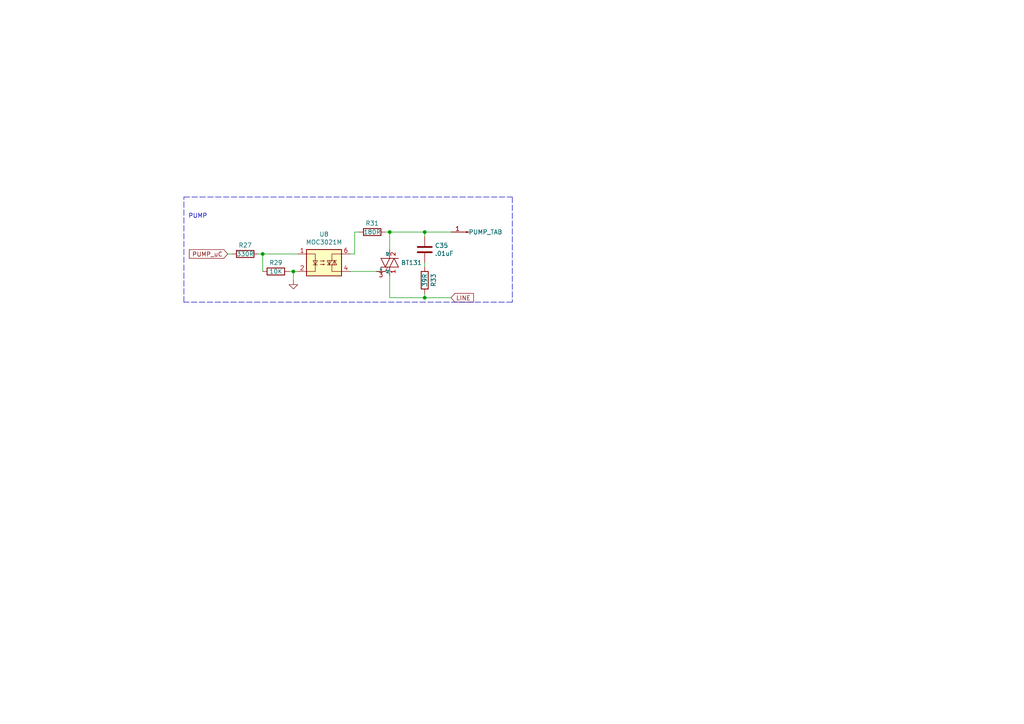
<source format=kicad_sch>
(kicad_sch (version 20211123) (generator eeschema)
  (paper "A4")
  (lib_symbols
    (symbol "Connector:Conn_01x01_Male" (pin_names (offset 1.016) hide)
      (property "Reference" "J" (at 0 2.54 0))
      (property "Value" "Conn_01x01_Male" (at 0 -2.54 0))
      (symbol "Conn_01x01_Male_1_1"
        (polyline (pts (xy 1.27 0) (xy 0.8636 0)) (stroke (width 0.1524)))
        (rectangle (start 0.8636 0.127) (end 0 -0.127) (stroke (width 0.1524)) (fill (type outline)))
        (pin passive line (at 5.08 0 180) (length 3.81) (name "Pin_1") (number "1"))
      )
    )
    (symbol "Device:C" (pin_numbers hide) (pin_names (offset 0.254))
      (property "Reference" "C" (at 0.635 2.54 0))
      (property "Value" "C" (at 0.635 -2.54 0))
      (symbol "C_0_1"
        (polyline (pts (xy -2.032 -0.762) (xy 2.032 -0.762)) (stroke (width 0.508)))
        (polyline (pts (xy -2.032 0.762) (xy 2.032 0.762)) (stroke (width 0.508)))
      )
      (symbol "C_1_1"
        (pin passive line (at 0 3.81 270) (length 2.794) (name "~") (number "1"))
        (pin passive line (at 0 -3.81 90) (length 2.794) (name "~") (number "2"))
      )
    )
    (symbol "Device:R" (pin_numbers hide) (pin_names (offset 0))
      (property "Reference" "R" (at 2.032 0 90))
      (property "Value" "R" (at 0 0 90))
      (symbol "R_0_1"
        (rectangle (start -1.016 -2.54) (end 1.016 2.54) (stroke (width 0.254)))
      )
      (symbol "R_1_1"
        (pin passive line (at 0 3.81 270) (length 1.27) (name "~") (number "1"))
        (pin passive line (at 0 -3.81 90) (length 1.27) (name "~") (number "2"))
      )
    )
    (symbol "Relay_SolidState:MOC3021M"
      (property "Reference" "U" (at -5.334 4.826 0))
      (property "Value" "MOC3021M" (at 0 5.08 0))
      (symbol "MOC3021M_0_1"
        (rectangle (start -5.08 3.81) (end 5.08 -3.81) (stroke (width 0.254)) (fill (type background)))
        (polyline (pts (xy -3.175 -0.635) (xy -1.905 -0.635)))
        (polyline (pts (xy 1.524 -0.635) (xy 1.524 0.635)))
        (polyline (pts (xy 3.048 0.635) (xy 3.048 -0.635)))
        (polyline (pts (xy 2.286 -0.635) (xy 2.286 -2.54) (xy 5.08 -2.54)))
        (polyline (pts (xy 2.286 0.635) (xy 2.286 2.54) (xy 5.08 2.54)))
        (polyline (pts (xy -5.08 2.54) (xy -2.54 2.54) (xy -2.54 -2.54) (xy -5.08 -2.54)))
        (polyline (pts (xy -2.54 -0.635) (xy -3.175 0.635) (xy -1.905 0.635) (xy -2.54 -0.635)))
        (polyline (pts (xy 0.889 -0.635) (xy 3.683 -0.635) (xy 3.048 0.635) (xy 2.413 -0.635)))
        (polyline (pts (xy 3.683 0.635) (xy 0.889 0.635) (xy 1.524 -0.635) (xy 2.159 0.635)))
        (polyline (pts (xy -1.143 -0.508) (xy 0.127 -0.508) (xy -0.254 -0.635) (xy -0.254 -0.381) (xy 0.127 -0.508)))
        (polyline (pts (xy -1.143 0.508) (xy 0.127 0.508) (xy -0.254 0.381) (xy -0.254 0.635) (xy 0.127 0.508)))
      )
      (symbol "MOC3021M_1_1"
        (pin passive line (at -7.62 2.54 0) (length 2.54) (name "~") (number "1"))
        (pin passive line (at -7.62 -2.54 0) (length 2.54) (name "~") (number "2"))
        (pin no_connect line (at -5.08 0 0) (length 2.54) hide (name "NC") (number "3"))
        (pin passive line (at 7.62 -2.54 180) (length 2.54) (name "~") (number "4"))
        (pin no_connect line (at 5.08 0 180) (length 2.54) hide (name "NC") (number "5"))
        (pin passive line (at 7.62 2.54 180) (length 2.54) (name "~") (number "6"))
      )
    )
    (symbol "Triac_Thyristor:BTA16-600B" (pin_names (offset 0))
      (property "Reference" "Q" (at 5.08 1.905 0))
      (property "Value" "BTA16-600B" (at 5.08 0 0))
      (symbol "BTA16-600B_0_1"
        (polyline (pts (xy -2.54 -1.27) (xy 2.54 -1.27)) (stroke (width 0.2032)))
        (polyline (pts (xy -2.54 1.27) (xy 2.54 1.27)) (stroke (width 0.2032)))
        (polyline (pts (xy -1.27 -2.54) (xy -0.635 -1.27)))
        (polyline (pts (xy -2.54 1.27) (xy -1.27 -1.27) (xy 0 1.27)) (stroke (width 0.2032)))
        (polyline (pts (xy 0 -1.27) (xy 1.27 1.27) (xy 2.54 -1.27)) (stroke (width 0.2032)))
      )
      (symbol "BTA16-600B_1_1"
        (pin passive line (at 0 -3.81 90) (length 2.54) (name "A1") (number "1"))
        (pin passive line (at 0 3.81 270) (length 2.54) (name "A2") (number "2"))
        (pin input line (at -3.81 -2.54 0) (length 2.54) (name "G") (number "3"))
      )
    )
    (symbol "power:GND" (power) (pin_names (offset 0))
      (property "Value" "GND" (at 0 -3.81 0))
      (symbol "GND_0_1"
        (polyline (pts (xy 0 0) (xy 0 -1.27) (xy 1.27 -1.27) (xy 0 -2.54) (xy -1.27 -1.27) (xy 0 -1.27)))
      )
      (symbol "GND_1_1"
        (pin power_in line (at 0 0 270) (length 0) hide (name "GND") (number "1"))
      )
    )
  )
  (junction (at 76.2 73.66))
  (junction (at 85.09 78.74))
  (junction (at 123.19 86.36))
  (junction (at 123.19 67.31))
  (junction (at 113.03 67.31))
  (wire (pts (xy 113.03 80.01) (xy 113.03 86.36)))
  (wire (pts (xy 76.2 73.66) (xy 76.2 78.74)))
  (wire (pts (xy 123.19 67.31) (xy 130.81 67.31)))
  (wire (pts (xy 123.19 86.36) (xy 130.81 86.36)))
  (wire (pts (xy 101.6 73.66) (xy 102.87 73.66)))
  (wire (pts (xy 74.93 73.66) (xy 76.2 73.66)))
  (wire (pts (xy 83.82 78.74) (xy 85.09 78.74)))
  (wire (pts (xy 76.2 73.66) (xy 86.36 73.66)))
  (polyline (pts (xy 148.59 87.63) (xy 53.34 87.63)))
  (wire (pts (xy 123.19 67.31) (xy 123.19 68.58)))
  (wire (pts (xy 113.03 72.39) (xy 113.03 67.31)))
  (wire (pts (xy 109.22 78.74) (xy 101.6 78.74)))
  (wire (pts (xy 123.19 77.47) (xy 123.19 76.2)))
  (wire (pts (xy 113.03 67.31) (xy 123.19 67.31)))
  (wire (pts (xy 113.03 86.36) (xy 123.19 86.36)))
  (wire (pts (xy 102.87 73.66) (xy 102.87 67.31)))
  (wire (pts (xy 85.09 78.74) (xy 85.09 81.28)))
  (wire (pts (xy 111.76 67.31) (xy 113.03 67.31)))
  (polyline (pts (xy 53.34 87.63) (xy 53.34 57.15)))
  (polyline (pts (xy 53.34 57.15) (xy 148.59 57.15)))
  (polyline (pts (xy 148.59 57.15) (xy 148.59 87.63)))
  (wire (pts (xy 123.19 86.36) (xy 123.19 85.09)))
  (wire (pts (xy 102.87 67.31) (xy 104.14 67.31)))
  (wire (pts (xy 85.09 78.74) (xy 86.36 78.74)))
  (wire (pts (xy 67.31 73.66) (xy 66.04 73.66)))
  (text "PUMP\n" (at 54.61 63.5 0) (effects (font (size 1.27 1.27)) (justify left bottom)))
  (global_label "PUMP_uC" (shape input) (at 66.04 73.66 180) (property "Intersheet References" "${INTERSHEET_REFS}" (effects hide)))
  (global_label "LINE" (shape input) (at 130.81 86.36 0) (property "Intersheet References" "${INTERSHEET_REFS}" (effects hide)))
  (symbol (lib_id "power:GND") (at 85.09 81.28 0) (unit 1)
    (property "Reference" "#PWR0147" (effects hide))
    (property "Value" "GND" (effects hide))
  )
  (symbol (lib_id "Device:R") (at 107.95 67.31 270) (unit 1)
    (property "Reference" "R31" (at 107.95 64.77 90))
    (property "Value" "180R" (at 107.95 67.31 90))
    (property "Footprint" "Resistor_SMD:R_1206_3216Metric" (effects hide))
  )
  (symbol (lib_id "Device:R") (at 71.12 73.66 270) (unit 1)
    (property "Reference" "R27" (at 71.12 71.12 90))
    (property "Value" "330R" (at 71.12 73.66 90))
    (property "Footprint" "Resistor_SMD:R_0603_1608Metric" (effects hide))
  )
  (symbol (lib_id "Device:R") (at 123.19 81.28 180) (unit 1)
    (property "Reference" "R33" (at 125.73 81.28 90))
    (property "Value" "39R" (at 123.19 81.28 90))
    (property "Footprint" "Resistor_SMD:R_1206_3216Metric" (effects hide))
  )
  (symbol (lib_id "Device:R") (at 80.01 78.74 270) (unit 1)
    (property "Reference" "R29" (at 80.01 76.2 90))
    (property "Value" "10K" (at 80.01 78.74 90))
    (property "Footprint" "Resistor_SMD:R_0603_1608Metric" (effects hide))
  )
  (symbol (lib_id "Relay_SolidState:MOC3021M") (at 93.98 76.2 0) (unit 1)
    (property "Reference" "U8" (at 93.98 67.945 0))
    (property "Value" "MOC3021M" (at 93.98 70.2564 0))
    (property "Footprint" "Footprint:DIP6_SMD" (effects hide))
    (property "Datasheet" "https://www.onsemi.com/pub/Collateral/MOC3023M-D.PDF" (effects hide))
  )
  (symbol (lib_id "Connector:Conn_01x01_Male") (at 135.89 67.31 180) (unit 1)
    (property "Reference" "J12" (effects hide))
    (property "Value" "PUMP_TAB" (at 135.89 67.31 0) (effects (justify right)))
    (property "Footprint" "Footprint:TAB_Conn" (effects hide))
  )
  (symbol (lib_id "Device:C") (at 123.19 72.39 0) (unit 1)
    (property "Reference" "C35" (at 126.111 71.2216 0) (effects (justify left)))
    (property "Value" ".01uF" (at 126.111 73.533 0) (effects (justify left)))
    (property "Footprint" "Capacitor_THT:C_Disc_D5.0mm_W2.5mm_P5.00mm" (effects hide))
  )
  (symbol (lib_id "Triac_Thyristor:BTA16-600B") (at 113.03 76.2 0) (unit 1)
    (property "Reference" "Q5" (effects hide))
    (property "Value" "BT131" (at 116.3066 76.2 0) (effects (justify left)))
    (property "Footprint" "Footprint:BT131" (effects hide))
    (property "Datasheet" "https://www.st.com/resource/en/datasheet/bta16.pdf" (effects hide))
  )
)
</source>
